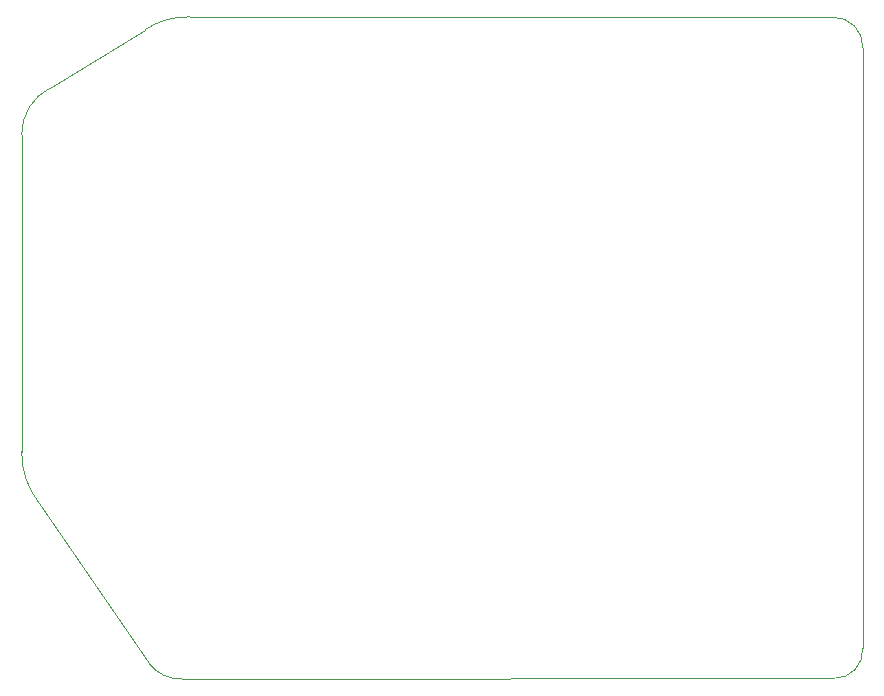
<source format=gbr>
%TF.GenerationSoftware,KiCad,Pcbnew,7.0.1-0*%
%TF.CreationDate,2023-04-18T16:08:46-04:00*%
%TF.ProjectId,rcc-pico,7263632d-7069-4636-9f2e-6b696361645f,rev?*%
%TF.SameCoordinates,Original*%
%TF.FileFunction,Profile,NP*%
%FSLAX46Y46*%
G04 Gerber Fmt 4.6, Leading zero omitted, Abs format (unit mm)*
G04 Created by KiCad (PCBNEW 7.0.1-0) date 2023-04-18 16:08:46*
%MOMM*%
%LPD*%
G01*
G04 APERTURE LIST*
%TA.AperFunction,Profile*%
%ADD10C,0.100000*%
%TD*%
G04 APERTURE END LIST*
D10*
X78629219Y-34383392D02*
G75*
G03*
X76225001Y-38320000I1961619J-3900498D01*
G01*
X76225000Y-65175000D02*
X76225000Y-38325000D01*
X76225001Y-65175000D02*
G75*
G03*
X77702392Y-69517781I6905727J-73400D01*
G01*
X86975001Y-83050000D02*
G75*
G03*
X89775913Y-84402125I2688222J1991532D01*
G01*
X144990041Y-84358649D02*
G75*
G03*
X147429998Y-81790000I70439J2376271D01*
G01*
X89775000Y-84400000D02*
X144990000Y-84360000D01*
X147442821Y-31010161D02*
G75*
G03*
X144860000Y-28380002I-2485608J142376D01*
G01*
X147430000Y-81790000D02*
X147440000Y-31010000D01*
X90440000Y-28357803D02*
G75*
G03*
X86672105Y-29443112I-217270J-6328904D01*
G01*
X90440000Y-28360000D02*
X144860000Y-28380000D01*
X77700000Y-69525000D02*
X86975000Y-83050000D01*
X78625000Y-34375000D02*
X86670000Y-29440000D01*
M02*

</source>
